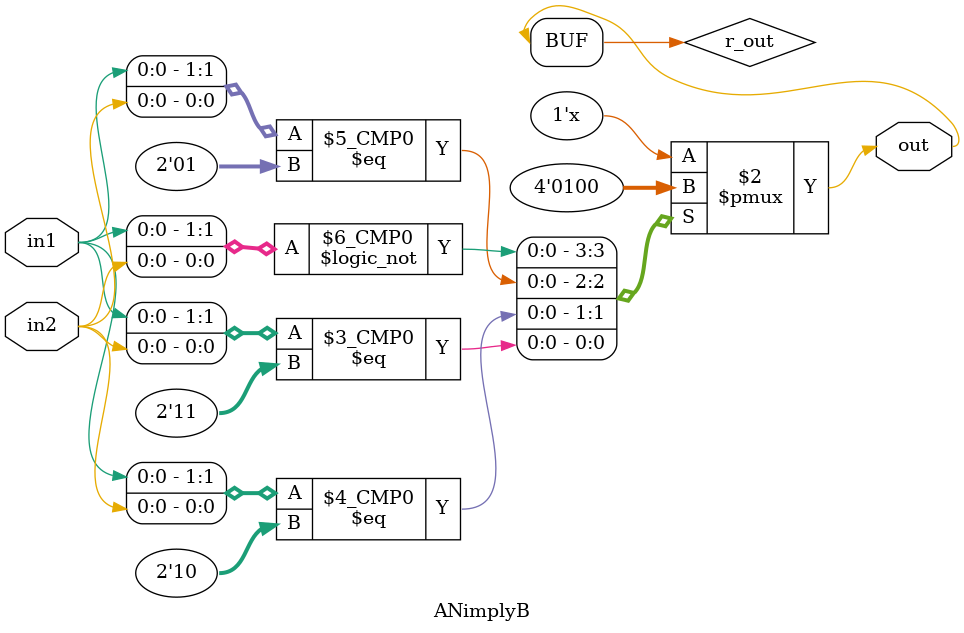
<source format=v>
module ANimplyB(output out, input in1, in2);
  reg r_out;
  assign out = r_out;
  always@(in1, in2)
    begin
      case({in1,in2})
        2'b00: out = 1'b0;
        2'b01: out = 1'b1;
        2'b10: out = 1'b0;
        2'b11: out = 1'b0;
        default: out = 1'b0;
      endcase
    end
endmodule

</source>
